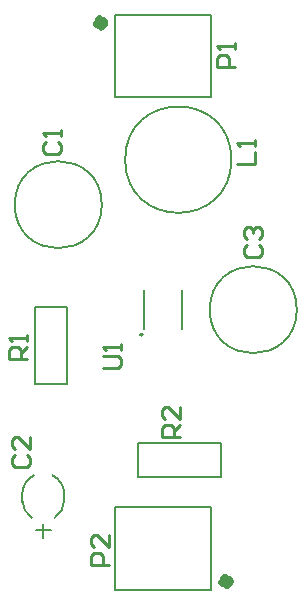
<source format=gbr>
G04*
G04 #@! TF.GenerationSoftware,Altium Limited,Altium Designer,22.4.2 (48)*
G04*
G04 Layer_Color=65535*
%FSLAX44Y44*%
%MOMM*%
G71*
G04*
G04 #@! TF.SameCoordinates,B87C930E-3C0E-449F-A056-968C23854222*
G04*
G04*
G04 #@! TF.FilePolarity,Positive*
G04*
G01*
G75*
%ADD10C,1.0000*%
%ADD11C,0.1524*%
%ADD12C,0.1270*%
%ADD13C,0.2540*%
D10*
X355018Y750824D02*
G03*
X355018Y750824I-1704J0D01*
G01*
X461190Y277876D02*
G03*
X461190Y277876I-1704J0D01*
G01*
D11*
X297105Y367819D02*
G03*
X287020Y351790I7695J-16029D01*
G01*
Y346710D02*
G03*
X295123Y331794I17780J0D01*
G01*
X322580Y351790D02*
G03*
X312495Y367819I-17780J0D01*
G01*
X314477Y331794D02*
G03*
X322580Y346710I-9677J14916D01*
G01*
X304800Y314960D02*
Y326873D01*
X298450Y321310D02*
X311150D01*
X287020Y345440D02*
Y353060D01*
X322580Y345440D02*
Y353060D01*
X324866Y445008D02*
Y510540D01*
X297434D02*
X324866D01*
X297434Y445008D02*
Y510540D01*
Y445008D02*
X324866D01*
X422656Y491744D02*
Y524256D01*
X390144Y491744D02*
Y524256D01*
X385064Y395351D02*
X455676D01*
X385064Y366649D02*
Y395351D01*
Y366649D02*
X455676D01*
Y395351D01*
D12*
X464100Y635000D02*
G03*
X464100Y635000I-45000J0D01*
G01*
X354350Y596900D02*
G03*
X354350Y596900I-36850J0D01*
G01*
X519450Y508000D02*
G03*
X519450Y508000I-36850J0D01*
G01*
X365900Y687900D02*
Y757900D01*
Y687900D02*
X446900D01*
Y757900D01*
X365900D02*
X446900D01*
Y270800D02*
Y340800D01*
X365900D02*
X446900D01*
X365900Y270800D02*
Y340800D01*
Y270800D02*
X446900D01*
D13*
X388661Y486918D02*
G03*
X388661Y486918I-803J0D01*
G01*
X355602Y458473D02*
X368298D01*
X370838Y461012D01*
Y466091D01*
X368298Y468630D01*
X355602D01*
X370838Y473708D02*
Y478787D01*
Y476248D01*
X355602D01*
X358142Y473708D01*
X420368Y400054D02*
X405132D01*
Y407672D01*
X407672Y410211D01*
X412750D01*
X415289Y407672D01*
Y400054D01*
Y405132D02*
X420368Y410211D01*
Y425446D02*
Y415289D01*
X410211Y425446D01*
X407672D01*
X405132Y422907D01*
Y417828D01*
X407672Y415289D01*
X290828Y466093D02*
X275592D01*
Y473711D01*
X278132Y476250D01*
X283210D01*
X285749Y473711D01*
Y466093D01*
Y471172D02*
X290828Y476250D01*
Y481328D02*
Y486407D01*
Y483868D01*
X275592D01*
X278132Y481328D01*
X360677Y292104D02*
X345443D01*
Y299722D01*
X347982Y302261D01*
X353060D01*
X355599Y299722D01*
Y292104D01*
X360677Y317496D02*
Y307339D01*
X350521Y317496D01*
X347982D01*
X345443Y314957D01*
Y309878D01*
X347982Y307339D01*
X467357Y713743D02*
X452122D01*
Y721361D01*
X454662Y723900D01*
X459740D01*
X462279Y721361D01*
Y713743D01*
X467357Y728978D02*
Y734057D01*
Y731518D01*
X452122D01*
X454662Y728978D01*
X468633Y631193D02*
X483867D01*
Y641350D01*
Y646428D02*
Y651507D01*
Y648968D01*
X468633D01*
X471172Y646428D01*
X477522Y562611D02*
X474982Y560072D01*
Y554993D01*
X477522Y552454D01*
X487678D01*
X490218Y554993D01*
Y560072D01*
X487678Y562611D01*
X477522Y567689D02*
X474982Y570228D01*
Y575307D01*
X477522Y577846D01*
X480061D01*
X482600Y575307D01*
Y572767D01*
Y575307D01*
X485139Y577846D01*
X487678D01*
X490218Y575307D01*
Y570228D01*
X487678Y567689D01*
X280672Y384811D02*
X278132Y382272D01*
Y377193D01*
X280672Y374654D01*
X290828D01*
X293368Y377193D01*
Y382272D01*
X290828Y384811D01*
X293368Y400046D02*
Y389889D01*
X283211Y400046D01*
X280672D01*
X278132Y397507D01*
Y392428D01*
X280672Y389889D01*
X307342Y650240D02*
X304802Y647701D01*
Y642623D01*
X307342Y640083D01*
X317498D01*
X320037Y642623D01*
Y647701D01*
X317498Y650240D01*
X320037Y655318D02*
Y660397D01*
Y657858D01*
X304802D01*
X307342Y655318D01*
M02*

</source>
